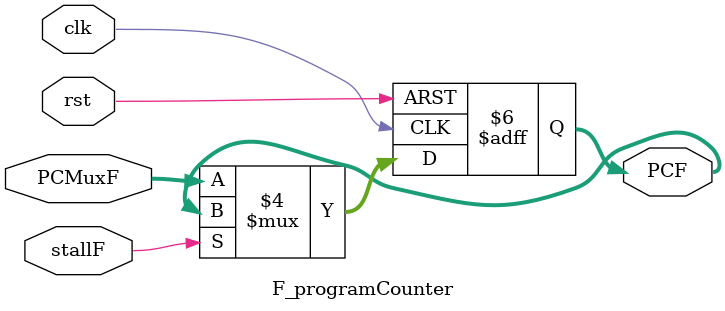
<source format=v>
`timescale 1ns / 1ps


module F_TopModule(
    input wire clk, rst, stallF, flushD,
    
    input wire          PCSrcE,        //input cho pcMuxF - lua chon pc+4 hay branch/jal
    input wire [31:0]   PCTargetE,    //input cho pcMuxF - add nhay cho lenh branch/jal
    
    output wire [31:0]  InstrD,      //output cho Fecth_stage_register - output ra instruction da fetch, gui den decode
    output wire [31:0]  PCD,         //output cho Fecth_stage_register - output ra pc, gui den decode
    output wire [31:0]  PCPlus4D    //output cho Fecth_stage_register - output ra pc+4, gui den decode

    
);
    
    wire [31:0]         InstrF;            //day dan cho imem - output ra instruction da fetch dung trong fetch stage
    wire [31:0]         PCMuxF;            //day dan cho pcMux- output ra pcMux cho pc
    wire [31:0]         PCPlus4F;          //pc + 4
    wire [31:0]         PCF;

    //THANH GHI LUU TAM PC VI IMEM DOC DONG BO NEN TRE 1 CLK
    reg [31:0] PCF_q;
    always @(posedge clk or posedge rst) begin
        if (rst)
            PCF_q <= 32'b0;
        else if (!stallF)
            PCF_q <= PCF;
    end


    // PC Adder
    F_pcAdder u_pcAdder (
        .PCF        (PCF), 
        .PCPlus4F   (PCPlus4F)
    );
    
     // PC Mux
    F_pcMux u_pcMux (
        .PCPlus4F   (PCPlus4F),
        .PCTargetE  (PCTargetE),
        .PCSrcE     (PCSrcE),
        .PCMuxF     (PCMuxF)
    );
           
    // Program Counter
    F_programCounter u_pc (
        .clk        (clk), 
        .rst        (rst), 
        .stallF     (stallF),
        .PCMuxF     (PCMuxF),
        .PCF        (PCF)
    );


    // Instruction Memory
    F_IMEM u_imem (
        .clk(clk),
        .PCF(PCF),
        .InstrF(InstrF)
    );

    
    //Fetch_Stage_Register
    Fetch_Stage_Register u_fetch (
        .clk        (clk), 
        .rst        (rst), 
        .stallF     (stallF),
        .flushD     (flushD),
    
        .PCF_q      (PCF_q),
        .InstrF     (InstrF),
    
        .PCD        (PCD),
        .PCPlus4D   (PCPlus4D),
        .InstrD     (InstrD)
    );
endmodule






module Fetch_Stage_Register(
    input clk, rst,
    input stallF,
    input flushD,

    input [31:0] PCF_q,
    input [31:0] InstrF,

    output reg [31:0] PCD,
    output reg [31:0] PCPlus4D,
    output reg [31:0] InstrD
);

    always @(posedge clk or posedge rst) begin
        if (rst || flushD) begin
            PCD      <= 32'b0;
            PCPlus4D <= 32'b0;
            InstrD   <= 32'b0;   // NOP
        end
        else if (!stallF) begin
            PCD      <= PCF_q;
            PCPlus4D <= PCF_q + 32'd4;
            InstrD   <= InstrF;
        end
    end
endmodule







module F_IMEM(
    input   clk,
    input   wire [31:0]  PCF,  
    output reg [31:0]  InstrF
    );
    
    (* ram_style = "block" *)
    reg [31:0] IMEM [0:1023]; // 1024 word × 32 bit = 32 Kb

//    initial begin
//        $readmemh("D:/Everything_with_VIVADO/VIVADO_PROJECT/Final_RISCV/filemem.hex", MEM);
//    end 
    integer i;
    initial begin
        // Fill NOP ?? tránh X
        for (i = 0; i < 256; i = i + 1)
            IMEM[i] = 32'h00000013; // addi x0,x0,0

   
        $readmemh("filemem.hex", IMEM);
    end
    
    always @(posedge clk) begin
        InstrF <= IMEM[PCF[11:2]];  // PC >> 2,  10 bit
    end
endmodule







module F_pcAdder(
        input wire  [31:0]  PCF,
        
        output wire [31:0]  PCPlus4F
        );

    assign PCPlus4F = PCF + 32'd4;
endmodule






module F_pcMux(
        input wire [31:0]   PCPlus4F,
        input wire [31:0]   PCTargetE,  // add nhay cho cac lenh branch/jal/jalr
        input wire          PCSrcE,      // lua chon giua pc+4 or pctarget
        
        output     [31:0]   PCMuxF      //output pcnext cho PC block
        );

assign PCMuxF = (PCSrcE == 1'b0) ?  PCPlus4F:
                (PCSrcE == 1'b1) ?  PCTargetE:
                                    PCPlus4F;
endmodule





module F_programCounter(
    input wire          clk, rst, stallF,
    
    input wire [31:0]   PCMuxF,
    
    output reg [31:0]   PCF
    );
    
    always @(posedge clk or posedge rst) begin
        if(rst)
            PCF <= 32'h0000_0000;
        else if(!stallF)
            PCF <= PCMuxF;
    end
endmodule


</source>
